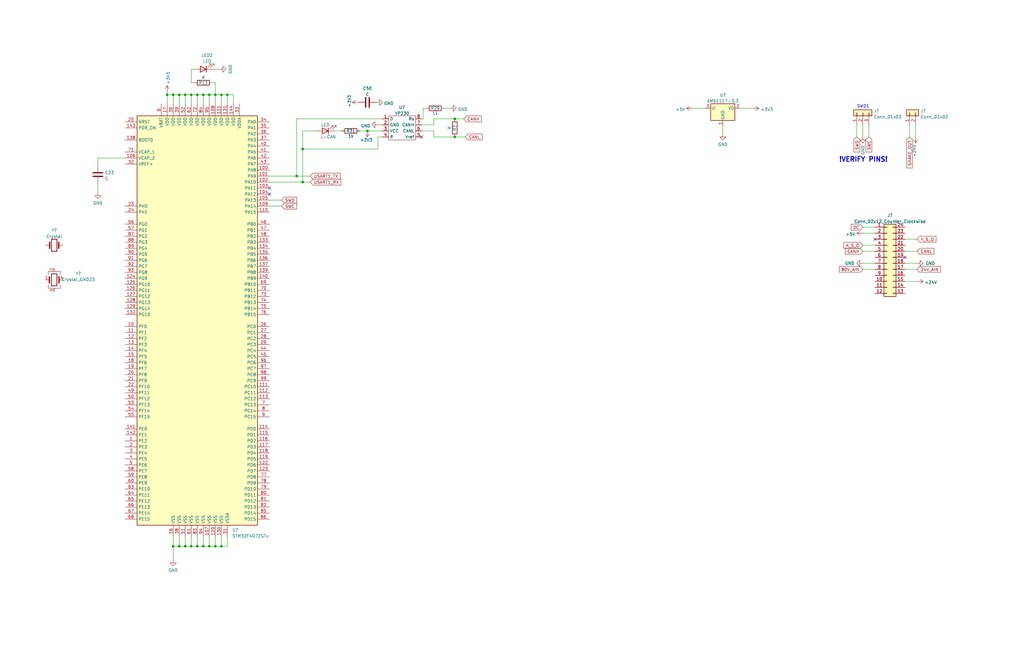
<source format=kicad_sch>
(kicad_sch (version 20211123) (generator eeschema)
  (paper "USLedger")
  (lib_symbols
    (symbol "Connector_Generic:Conn_01x02" (pin_names (offset 1.016) hide)
      (property "Reference" "J" (at 0 2.54 0))
      (property "Value" "Conn_01x02" (at 0 -5.08 0))
      (symbol "Conn_01x02_1_1"
        (rectangle (start -1.27 -2.413) (end 0 -2.667) (stroke (width 0.1524)))
        (rectangle (start -1.27 0.127) (end 0 -0.127) (stroke (width 0.1524)))
        (rectangle (start -1.27 1.27) (end 1.27 -3.81) (stroke (width 0.254)) (fill (type background)))
        (pin passive line (at -5.08 0 0) (length 3.81) (name "Pin_1") (number "1"))
        (pin passive line (at -5.08 -2.54 0) (length 3.81) (name "Pin_2") (number "2"))
      )
    )
    (symbol "Connector_Generic:Conn_01x03" (pin_names (offset 1.016) hide)
      (property "Reference" "J" (at 0 5.08 0))
      (property "Value" "Conn_01x03" (at 0 -5.08 0))
      (symbol "Conn_01x03_1_1"
        (rectangle (start -1.27 -2.413) (end 0 -2.667) (stroke (width 0.1524)))
        (rectangle (start -1.27 0.127) (end 0 -0.127) (stroke (width 0.1524)))
        (rectangle (start -1.27 2.667) (end 0 2.413) (stroke (width 0.1524)))
        (rectangle (start -1.27 3.81) (end 1.27 -3.81) (stroke (width 0.254)) (fill (type background)))
        (pin passive line (at -5.08 2.54 0) (length 3.81) (name "Pin_1") (number "1"))
        (pin passive line (at -5.08 0 0) (length 3.81) (name "Pin_2") (number "2"))
        (pin passive line (at -5.08 -2.54 0) (length 3.81) (name "Pin_3") (number "3"))
      )
    )
    (symbol "Connector_Generic:Conn_02x12_Counter_Clockwise" (pin_names (offset 1.016) hide)
      (property "Reference" "J" (at 1.27 15.24 0))
      (property "Value" "Conn_02x12_Counter_Clockwise" (at 1.27 -17.78 0))
      (symbol "Conn_02x12_Counter_Clockwise_1_1"
        (rectangle (start -1.27 -15.113) (end 0 -15.367) (stroke (width 0.1524)))
        (rectangle (start -1.27 -12.573) (end 0 -12.827) (stroke (width 0.1524)))
        (rectangle (start -1.27 -10.033) (end 0 -10.287) (stroke (width 0.1524)))
        (rectangle (start -1.27 -7.493) (end 0 -7.747) (stroke (width 0.1524)))
        (rectangle (start -1.27 -4.953) (end 0 -5.207) (stroke (width 0.1524)))
        (rectangle (start -1.27 -2.413) (end 0 -2.667) (stroke (width 0.1524)))
        (rectangle (start -1.27 0.127) (end 0 -0.127) (stroke (width 0.1524)))
        (rectangle (start -1.27 2.667) (end 0 2.413) (stroke (width 0.1524)))
        (rectangle (start -1.27 5.207) (end 0 4.953) (stroke (width 0.1524)))
        (rectangle (start -1.27 7.747) (end 0 7.493) (stroke (width 0.1524)))
        (rectangle (start -1.27 10.287) (end 0 10.033) (stroke (width 0.1524)))
        (rectangle (start -1.27 12.827) (end 0 12.573) (stroke (width 0.1524)))
        (rectangle (start -1.27 13.97) (end 3.81 -16.51) (stroke (width 0.254)) (fill (type background)))
        (rectangle (start 3.81 -15.113) (end 2.54 -15.367) (stroke (width 0.1524)))
        (rectangle (start 3.81 -12.573) (end 2.54 -12.827) (stroke (width 0.1524)))
        (rectangle (start 3.81 -10.033) (end 2.54 -10.287) (stroke (width 0.1524)))
        (rectangle (start 3.81 -7.493) (end 2.54 -7.747) (stroke (width 0.1524)))
        (rectangle (start 3.81 -4.953) (end 2.54 -5.207) (stroke (width 0.1524)))
        (rectangle (start 3.81 -2.413) (end 2.54 -2.667) (stroke (width 0.1524)))
        (rectangle (start 3.81 0.127) (end 2.54 -0.127) (stroke (width 0.1524)))
        (rectangle (start 3.81 2.667) (end 2.54 2.413) (stroke (width 0.1524)))
        (rectangle (start 3.81 5.207) (end 2.54 4.953) (stroke (width 0.1524)))
        (rectangle (start 3.81 7.747) (end 2.54 7.493) (stroke (width 0.1524)))
        (rectangle (start 3.81 10.287) (end 2.54 10.033) (stroke (width 0.1524)))
        (rectangle (start 3.81 12.827) (end 2.54 12.573) (stroke (width 0.1524)))
        (pin passive line (at -5.08 12.7 0) (length 3.81) (name "Pin_1") (number "1"))
        (pin passive line (at -5.08 -10.16 0) (length 3.81) (name "Pin_10") (number "10"))
        (pin passive line (at -5.08 -12.7 0) (length 3.81) (name "Pin_11") (number "11"))
        (pin passive line (at -5.08 -15.24 0) (length 3.81) (name "Pin_12") (number "12"))
        (pin passive line (at 7.62 -15.24 180) (length 3.81) (name "Pin_13") (number "13"))
        (pin passive line (at 7.62 -12.7 180) (length 3.81) (name "Pin_14") (number "14"))
        (pin passive line (at 7.62 -10.16 180) (length 3.81) (name "Pin_15") (number "15"))
        (pin passive line (at 7.62 -7.62 180) (length 3.81) (name "Pin_16") (number "16"))
        (pin passive line (at 7.62 -5.08 180) (length 3.81) (name "Pin_17") (number "17"))
        (pin passive line (at 7.62 -2.54 180) (length 3.81) (name "Pin_18") (number "18"))
        (pin passive line (at 7.62 0 180) (length 3.81) (name "Pin_19") (number "19"))
        (pin passive line (at -5.08 10.16 0) (length 3.81) (name "Pin_2") (number "2"))
        (pin passive line (at 7.62 2.54 180) (length 3.81) (name "Pin_20") (number "20"))
        (pin passive line (at 7.62 5.08 180) (length 3.81) (name "Pin_21") (number "21"))
        (pin passive line (at 7.62 7.62 180) (length 3.81) (name "Pin_22") (number "22"))
        (pin passive line (at 7.62 10.16 180) (length 3.81) (name "Pin_23") (number "23"))
        (pin passive line (at 7.62 12.7 180) (length 3.81) (name "Pin_24") (number "24"))
        (pin passive line (at -5.08 7.62 0) (length 3.81) (name "Pin_3") (number "3"))
        (pin passive line (at -5.08 5.08 0) (length 3.81) (name "Pin_4") (number "4"))
        (pin passive line (at -5.08 2.54 0) (length 3.81) (name "Pin_5") (number "5"))
        (pin passive line (at -5.08 0 0) (length 3.81) (name "Pin_6") (number "6"))
        (pin passive line (at -5.08 -2.54 0) (length 3.81) (name "Pin_7") (number "7"))
        (pin passive line (at -5.08 -5.08 0) (length 3.81) (name "Pin_8") (number "8"))
        (pin passive line (at -5.08 -7.62 0) (length 3.81) (name "Pin_9") (number "9"))
      )
    )
    (symbol "Device:C" (pin_numbers hide) (pin_names (offset 0.254))
      (property "Reference" "C" (at 0.635 2.54 0))
      (property "Value" "C" (at 0.635 -2.54 0))
      (symbol "C_0_1"
        (polyline (pts (xy -2.032 -0.762) (xy 2.032 -0.762)) (stroke (width 0.508)))
        (polyline (pts (xy -2.032 0.762) (xy 2.032 0.762)) (stroke (width 0.508)))
      )
      (symbol "C_1_1"
        (pin passive line (at 0 3.81 270) (length 2.794) (name "~") (number "1"))
        (pin passive line (at 0 -3.81 90) (length 2.794) (name "~") (number "2"))
      )
    )
    (symbol "Device:Crystal" (pin_numbers hide) (pin_names (offset 1.016) hide)
      (property "Reference" "Y" (at 0 3.81 0))
      (property "Value" "Crystal" (at 0 -3.81 0))
      (symbol "Crystal_0_1"
        (rectangle (start -1.143 2.54) (end 1.143 -2.54) (stroke (width 0.3048)))
        (polyline (pts (xy -2.54 0) (xy -1.905 0)))
        (polyline (pts (xy -1.905 -1.27) (xy -1.905 1.27)) (stroke (width 0.508)))
        (polyline (pts (xy 1.905 -1.27) (xy 1.905 1.27)) (stroke (width 0.508)))
        (polyline (pts (xy 2.54 0) (xy 1.905 0)))
      )
      (symbol "Crystal_1_1"
        (pin passive line (at -3.81 0 0) (length 1.27) (name "1") (number "1"))
        (pin passive line (at 3.81 0 180) (length 1.27) (name "2") (number "2"))
      )
    )
    (symbol "Device:Crystal_GND23" (pin_names (offset 1.016) hide)
      (property "Reference" "Y" (at 3.175 5.08 0))
      (property "Value" "Crystal_GND23" (at 3.175 3.175 0))
      (symbol "Crystal_GND23_0_1"
        (rectangle (start -1.143 2.54) (end 1.143 -2.54) (stroke (width 0.3048)))
        (polyline (pts (xy -2.54 0) (xy -2.032 0)))
        (polyline (pts (xy -2.032 -1.27) (xy -2.032 1.27)) (stroke (width 0.508)))
        (polyline (pts (xy 0 -3.81) (xy 0 -3.556)))
        (polyline (pts (xy 0 3.556) (xy 0 3.81)))
        (polyline (pts (xy 2.032 -1.27) (xy 2.032 1.27)) (stroke (width 0.508)))
        (polyline (pts (xy 2.032 0) (xy 2.54 0)))
        (polyline (pts (xy -2.54 -2.286) (xy -2.54 -3.556) (xy 2.54 -3.556) (xy 2.54 -2.286)))
        (polyline (pts (xy -2.54 2.286) (xy -2.54 3.556) (xy 2.54 3.556) (xy 2.54 2.286)))
      )
      (symbol "Crystal_GND23_1_1"
        (pin passive line (at -3.81 0 0) (length 1.27) (name "1") (number "1"))
        (pin passive line (at 0 5.08 270) (length 1.27) (name "2") (number "2"))
        (pin passive line (at 0 -5.08 90) (length 1.27) (name "3") (number "3"))
        (pin passive line (at 3.81 0 180) (length 1.27) (name "4") (number "4"))
      )
    )
    (symbol "Device:LED" (pin_numbers hide) (pin_names (offset 1.016) hide)
      (property "Reference" "D" (at 0 2.54 0))
      (property "Value" "LED" (at 0 -2.54 0))
      (symbol "LED_0_1"
        (polyline (pts (xy -1.27 -1.27) (xy -1.27 1.27)) (stroke (width 0.254)))
        (polyline (pts (xy -1.27 0) (xy 1.27 0)))
        (polyline (pts (xy 1.27 -1.27) (xy 1.27 1.27) (xy -1.27 0) (xy 1.27 -1.27)) (stroke (width 0.254)))
        (polyline (pts (xy -3.048 -0.762) (xy -4.572 -2.286) (xy -3.81 -2.286) (xy -4.572 -2.286) (xy -4.572 -1.524)))
        (polyline (pts (xy -1.778 -0.762) (xy -3.302 -2.286) (xy -2.54 -2.286) (xy -3.302 -2.286) (xy -3.302 -1.524)))
      )
      (symbol "LED_1_1"
        (pin passive line (at -3.81 0 0) (length 2.54) (name "K") (number "1"))
        (pin passive line (at 3.81 0 180) (length 2.54) (name "A") (number "2"))
      )
    )
    (symbol "Device:R" (pin_numbers hide) (pin_names (offset 0))
      (property "Reference" "R" (at 2.032 0 90))
      (property "Value" "R" (at 0 0 90))
      (symbol "R_0_1"
        (rectangle (start -1.016 -2.54) (end 1.016 2.54) (stroke (width 0.254)))
      )
      (symbol "R_1_1"
        (pin passive line (at 0 3.81 270) (length 1.27) (name "~") (number "1"))
        (pin passive line (at 0 -3.81 90) (length 1.27) (name "~") (number "2"))
      )
    )
    (symbol "MCU_ST_STM32F4:STM32F407ZGTx"
      (property "Reference" "U" (at -25.4 87.63 0))
      (property "Value" "STM32F407ZGTx" (at 20.32 87.63 0))
      (symbol "STM32F407ZGTx_0_1"
        (rectangle (start -25.4 -86.36) (end 25.4 86.36) (stroke (width 0.254)) (fill (type background)))
      )
      (symbol "STM32F407ZGTx_1_1"
        (pin bidirectional line (at -30.48 -50.8 0) (length 5.08) (name "PE2") (number "1"))
        (pin bidirectional line (at -30.48 -2.54 0) (length 5.08) (name "PF0") (number "10"))
        (pin bidirectional line (at 30.48 63.5 180) (length 5.08) (name "PA8") (number "100"))
        (pin bidirectional line (at 30.48 60.96 180) (length 5.08) (name "PA9") (number "101"))
        (pin bidirectional line (at 30.48 58.42 180) (length 5.08) (name "PA10") (number "102"))
        (pin bidirectional line (at 30.48 55.88 180) (length 5.08) (name "PA11") (number "103"))
        (pin bidirectional line (at 30.48 53.34 180) (length 5.08) (name "PA12") (number "104"))
        (pin bidirectional line (at 30.48 50.8 180) (length 5.08) (name "PA13") (number "105"))
        (pin power_in line (at -30.48 68.58 0) (length 5.08) (name "VCAP_2") (number "106"))
        (pin power_in line (at 5.08 -91.44 90) (length 5.08) (name "VSS") (number "107"))
        (pin power_in line (at 7.62 91.44 270) (length 5.08) (name "VDD") (number "108"))
        (pin bidirectional line (at 30.48 48.26 180) (length 5.08) (name "PA14") (number "109"))
        (pin bidirectional line (at -30.48 -5.08 0) (length 5.08) (name "PF1") (number "11"))
        (pin bidirectional line (at 30.48 45.72 180) (length 5.08) (name "PA15") (number "110"))
        (pin bidirectional line (at 30.48 -27.94 180) (length 5.08) (name "PC10") (number "111"))
        (pin bidirectional line (at 30.48 -30.48 180) (length 5.08) (name "PC11") (number "112"))
        (pin bidirectional line (at 30.48 -33.02 180) (length 5.08) (name "PC12") (number "113"))
        (pin bidirectional line (at 30.48 -45.72 180) (length 5.08) (name "PD0") (number "114"))
        (pin bidirectional line (at 30.48 -48.26 180) (length 5.08) (name "PD1") (number "115"))
        (pin bidirectional line (at 30.48 -50.8 180) (length 5.08) (name "PD2") (number "116"))
        (pin bidirectional line (at 30.48 -53.34 180) (length 5.08) (name "PD3") (number "117"))
        (pin bidirectional line (at 30.48 -55.88 180) (length 5.08) (name "PD4") (number "118"))
        (pin bidirectional line (at 30.48 -58.42 180) (length 5.08) (name "PD5") (number "119"))
        (pin bidirectional line (at -30.48 -7.62 0) (length 5.08) (name "PF2") (number "12"))
        (pin power_in line (at 7.62 -91.44 90) (length 5.08) (name "VSS") (number "120"))
        (pin power_in line (at 10.16 91.44 270) (length 5.08) (name "VDD") (number "121"))
        (pin bidirectional line (at 30.48 -60.96 180) (length 5.08) (name "PD6") (number "122"))
        (pin bidirectional line (at 30.48 -63.5 180) (length 5.08) (name "PD7") (number "123"))
        (pin bidirectional line (at -30.48 17.78 0) (length 5.08) (name "PG9") (number "124"))
        (pin bidirectional line (at -30.48 15.24 0) (length 5.08) (name "PG10") (number "125"))
        (pin bidirectional line (at -30.48 12.7 0) (length 5.08) (name "PG11") (number "126"))
        (pin bidirectional line (at -30.48 10.16 0) (length 5.08) (name "PG12") (number "127"))
        (pin bidirectional line (at -30.48 7.62 0) (length 5.08) (name "PG13") (number "128"))
        (pin bidirectional line (at -30.48 5.08 0) (length 5.08) (name "PG14") (number "129"))
        (pin bidirectional line (at -30.48 -10.16 0) (length 5.08) (name "PF3") (number "13"))
        (pin power_in line (at 10.16 -91.44 90) (length 5.08) (name "VSS") (number "130"))
        (pin power_in line (at 12.7 91.44 270) (length 5.08) (name "VDD") (number "131"))
        (pin bidirectional line (at -30.48 2.54 0) (length 5.08) (name "PG15") (number "132"))
        (pin bidirectional line (at 30.48 33.02 180) (length 5.08) (name "PB3") (number "133"))
        (pin bidirectional line (at 30.48 30.48 180) (length 5.08) (name "PB4") (number "134"))
        (pin bidirectional line (at 30.48 27.94 180) (length 5.08) (name "PB5") (number "135"))
        (pin bidirectional line (at 30.48 25.4 180) (length 5.08) (name "PB6") (number "136"))
        (pin bidirectional line (at 30.48 22.86 180) (length 5.08) (name "PB7") (number "137"))
        (pin input line (at -30.48 76.2 0) (length 5.08) (name "BOOT0") (number "138"))
        (pin bidirectional line (at 30.48 20.32 180) (length 5.08) (name "PB8") (number "139"))
        (pin bidirectional line (at -30.48 -12.7 0) (length 5.08) (name "PF4") (number "14"))
        (pin bidirectional line (at 30.48 17.78 180) (length 5.08) (name "PB9") (number "140"))
        (pin bidirectional line (at -30.48 -45.72 0) (length 5.08) (name "PE0") (number "141"))
        (pin bidirectional line (at -30.48 -48.26 0) (length 5.08) (name "PE1") (number "142"))
        (pin input line (at -30.48 81.28 0) (length 5.08) (name "PDR_ON") (number "143"))
        (pin power_in line (at 15.24 91.44 270) (length 5.08) (name "VDD") (number "144"))
        (pin bidirectional line (at -30.48 -15.24 0) (length 5.08) (name "PF5") (number "15"))
        (pin power_in line (at -10.16 -91.44 90) (length 5.08) (name "VSS") (number "16"))
        (pin power_in line (at -12.7 91.44 270) (length 5.08) (name "VDD") (number "17"))
        (pin bidirectional line (at -30.48 -17.78 0) (length 5.08) (name "PF6") (number "18"))
        (pin bidirectional line (at -30.48 -20.32 0) (length 5.08) (name "PF7") (number "19"))
        (pin bidirectional line (at -30.48 -53.34 0) (length 5.08) (name "PE3") (number "2"))
        (pin bidirectional line (at -30.48 -22.86 0) (length 5.08) (name "PF8") (number "20"))
        (pin bidirectional line (at -30.48 -25.4 0) (length 5.08) (name "PF9") (number "21"))
        (pin bidirectional line (at -30.48 -27.94 0) (length 5.08) (name "PF10") (number "22"))
        (pin input line (at -30.48 48.26 0) (length 5.08) (name "PH0") (number "23"))
        (pin input line (at -30.48 45.72 0) (length 5.08) (name "PH1") (number "24"))
        (pin input line (at -30.48 83.82 0) (length 5.08) (name "NRST") (number "25"))
        (pin bidirectional line (at 30.48 -2.54 180) (length 5.08) (name "PC0") (number "26"))
        (pin bidirectional line (at 30.48 -5.08 180) (length 5.08) (name "PC1") (number "27"))
        (pin bidirectional line (at 30.48 -7.62 180) (length 5.08) (name "PC2") (number "28"))
        (pin bidirectional line (at 30.48 -10.16 180) (length 5.08) (name "PC3") (number "29"))
        (pin bidirectional line (at -30.48 -55.88 0) (length 5.08) (name "PE4") (number "3"))
        (pin power_in line (at -10.16 91.44 270) (length 5.08) (name "VDD") (number "30"))
        (pin power_in line (at 12.7 -91.44 90) (length 5.08) (name "VSSA") (number "31"))
        (pin power_in line (at -30.48 66.04 0) (length 5.08) (name "VREF+") (number "32"))
        (pin power_in line (at 17.78 91.44 270) (length 5.08) (name "VDDA") (number "33"))
        (pin bidirectional line (at 30.48 83.82 180) (length 5.08) (name "PA0") (number "34"))
        (pin bidirectional line (at 30.48 81.28 180) (length 5.08) (name "PA1") (number "35"))
        (pin bidirectional line (at 30.48 78.74 180) (length 5.08) (name "PA2") (number "36"))
        (pin bidirectional line (at 30.48 76.2 180) (length 5.08) (name "PA3") (number "37"))
        (pin power_in line (at -7.62 -91.44 90) (length 5.08) (name "VSS") (number "38"))
        (pin power_in line (at -7.62 91.44 270) (length 5.08) (name "VDD") (number "39"))
        (pin bidirectional line (at -30.48 -58.42 0) (length 5.08) (name "PE5") (number "4"))
        (pin bidirectional line (at 30.48 73.66 180) (length 5.08) (name "PA4") (number "40"))
        (pin bidirectional line (at 30.48 71.12 180) (length 5.08) (name "PA5") (number "41"))
        (pin bidirectional line (at 30.48 68.58 180) (length 5.08) (name "PA6") (number "42"))
        (pin bidirectional line (at 30.48 66.04 180) (length 5.08) (name "PA7") (number "43"))
        (pin bidirectional line (at 30.48 -12.7 180) (length 5.08) (name "PC4") (number "44"))
        (pin bidirectional line (at 30.48 -15.24 180) (length 5.08) (name "PC5") (number "45"))
        (pin bidirectional line (at 30.48 40.64 180) (length 5.08) (name "PB0") (number "46"))
        (pin bidirectional line (at 30.48 38.1 180) (length 5.08) (name "PB1") (number "47"))
        (pin bidirectional line (at 30.48 35.56 180) (length 5.08) (name "PB2") (number "48"))
        (pin bidirectional line (at -30.48 -30.48 0) (length 5.08) (name "PF11") (number "49"))
        (pin bidirectional line (at -30.48 -60.96 0) (length 5.08) (name "PE6") (number "5"))
        (pin bidirectional line (at -30.48 -33.02 0) (length 5.08) (name "PF12") (number "50"))
        (pin power_in line (at -5.08 -91.44 90) (length 5.08) (name "VSS") (number "51"))
        (pin power_in line (at -5.08 91.44 270) (length 5.08) (name "VDD") (number "52"))
        (pin bidirectional line (at -30.48 -35.56 0) (length 5.08) (name "PF13") (number "53"))
        (pin bidirectional line (at -30.48 -38.1 0) (length 5.08) (name "PF14") (number "54"))
        (pin bidirectional line (at -30.48 -40.64 0) (length 5.08) (name "PF15") (number "55"))
        (pin bidirectional line (at -30.48 40.64 0) (length 5.08) (name "PG0") (number "56"))
        (pin bidirectional line (at -30.48 38.1 0) (length 5.08) (name "PG1") (number "57"))
        (pin bidirectional line (at -30.48 -63.5 0) (length 5.08) (name "PE7") (number "58"))
        (pin bidirectional line (at -30.48 -66.04 0) (length 5.08) (name "PE8") (number "59"))
        (pin power_in line (at -15.24 91.44 270) (length 5.08) (name "VBAT") (number "6"))
        (pin bidirectional line (at -30.48 -68.58 0) (length 5.08) (name "PE9") (number "60"))
        (pin power_in line (at -2.54 -91.44 90) (length 5.08) (name "VSS") (number "61"))
        (pin power_in line (at -2.54 91.44 270) (length 5.08) (name "VDD") (number "62"))
        (pin bidirectional line (at -30.48 -71.12 0) (length 5.08) (name "PE10") (number "63"))
        (pin bidirectional line (at -30.48 -73.66 0) (length 5.08) (name "PE11") (number "64"))
        (pin bidirectional line (at -30.48 -76.2 0) (length 5.08) (name "PE12") (number "65"))
        (pin bidirectional line (at -30.48 -78.74 0) (length 5.08) (name "PE13") (number "66"))
        (pin bidirectional line (at -30.48 -81.28 0) (length 5.08) (name "PE14") (number "67"))
        (pin bidirectional line (at -30.48 -83.82 0) (length 5.08) (name "PE15") (number "68"))
        (pin bidirectional line (at 30.48 15.24 180) (length 5.08) (name "PB10") (number "69"))
        (pin bidirectional line (at 30.48 -35.56 180) (length 5.08) (name "PC13") (number "7"))
        (pin bidirectional line (at 30.48 12.7 180) (length 5.08) (name "PB11") (number "70"))
        (pin power_in line (at -30.48 71.12 0) (length 5.08) (name "VCAP_1") (number "71"))
        (pin power_in line (at 0 91.44 270) (length 5.08) (name "VDD") (number "72"))
        (pin bidirectional line (at 30.48 10.16 180) (length 5.08) (name "PB12") (number "73"))
        (pin bidirectional line (at 30.48 7.62 180) (length 5.08) (name "PB13") (number "74"))
        (pin bidirectional line (at 30.48 5.08 180) (length 5.08) (name "PB14") (number "75"))
        (pin bidirectional line (at 30.48 2.54 180) (length 5.08) (name "PB15") (number "76"))
        (pin bidirectional line (at 30.48 -66.04 180) (length 5.08) (name "PD8") (number "77"))
        (pin bidirectional line (at 30.48 -68.58 180) (length 5.08) (name "PD9") (number "78"))
        (pin bidirectional line (at 30.48 -71.12 180) (length 5.08) (name "PD10") (number "79"))
        (pin bidirectional line (at 30.48 -38.1 180) (length 5.08) (name "PC14") (number "8"))
        (pin bidirectional line (at 30.48 -73.66 180) (length 5.08) (name "PD11") (number "80"))
        (pin bidirectional line (at 30.48 -76.2 180) (length 5.08) (name "PD12") (number "81"))
        (pin bidirectional line (at 30.48 -78.74 180) (length 5.08) (name "PD13") (number "82"))
        (pin power_in line (at 0 -91.44 90) (length 5.08) (name "VSS") (number "83"))
        (pin power_in line (at 2.54 91.44 270) (length 5.08) (name "VDD") (number "84"))
        (pin bidirectional line (at 30.48 -81.28 180) (length 5.08) (name "PD14") (number "85"))
        (pin bidirectional line (at 30.48 -83.82 180) (length 5.08) (name "PD15") (number "86"))
        (pin bidirectional line (at -30.48 35.56 0) (length 5.08) (name "PG2") (number "87"))
        (pin bidirectional line (at -30.48 33.02 0) (length 5.08) (name "PG3") (number "88"))
        (pin bidirectional line (at -30.48 30.48 0) (length 5.08) (name "PG4") (number "89"))
        (pin bidirectional line (at 30.48 -40.64 180) (length 5.08) (name "PC15") (number "9"))
        (pin bidirectional line (at -30.48 27.94 0) (length 5.08) (name "PG5") (number "90"))
        (pin bidirectional line (at -30.48 25.4 0) (length 5.08) (name "PG6") (number "91"))
        (pin bidirectional line (at -30.48 22.86 0) (length 5.08) (name "PG7") (number "92"))
        (pin bidirectional line (at -30.48 20.32 0) (length 5.08) (name "PG8") (number "93"))
        (pin power_in line (at 2.54 -91.44 90) (length 5.08) (name "VSS") (number "94"))
        (pin power_in line (at 5.08 91.44 270) (length 5.08) (name "VDD") (number "95"))
        (pin bidirectional line (at 30.48 -17.78 180) (length 5.08) (name "PC6") (number "96"))
        (pin bidirectional line (at 30.48 -20.32 180) (length 5.08) (name "PC7") (number "97"))
        (pin bidirectional line (at 30.48 -22.86 180) (length 5.08) (name "PC8") (number "98"))
        (pin bidirectional line (at 30.48 -25.4 180) (length 5.08) (name "PC9") (number "99"))
      )
    )
    (symbol "Regulator_Linear:AMS1117-3.3" (pin_names (offset 0.254))
      (property "Reference" "U" (at -3.81 3.175 0))
      (property "Value" "AMS1117-3.3" (at 0 3.175 0))
      (symbol "AMS1117-3.3_0_1"
        (rectangle (start -5.08 -5.08) (end 5.08 1.905) (stroke (width 0.254)) (fill (type background)))
      )
      (symbol "AMS1117-3.3_1_1"
        (pin power_in line (at 0 -7.62 90) (length 2.54) (name "GND") (number "1"))
        (pin power_out line (at 7.62 0 180) (length 2.54) (name "VO") (number "2"))
        (pin power_in line (at -7.62 0 0) (length 2.54) (name "VI") (number "3"))
      )
    )
    (symbol "TM245_parts:VP230"
      (property "Reference" "U" (at 0 -6.35 0))
      (property "Value" "VP230" (at 0 6.35 0))
      (symbol "VP230_0_1"
        (rectangle (start -5.08 5.08) (end 6.35 -5.08))
      )
      (symbol "VP230_1_1"
        (pin input line (at -7.62 3.81 0) (length 2.54) (name "D") (number "1"))
        (pin input line (at -7.62 1.27 0) (length 2.54) (name "GND") (number "2"))
        (pin input line (at -7.62 -1.27 0) (length 2.54) (name "VCC") (number "3"))
        (pin input line (at -7.62 -3.81 0) (length 2.54) (name "R") (number "4"))
        (pin input line (at 8.89 -3.81 180) (length 2.54) (name "Vref") (number "5"))
        (pin input line (at 8.89 -1.27 180) (length 2.54) (name "CANL") (number "6"))
        (pin input line (at 8.89 1.27 180) (length 2.54) (name "CANH") (number "7"))
        (pin input line (at 8.89 3.81 180) (length 2.54) (name "Rs") (number "8"))
      )
    )
    (symbol "power:+24V" (power) (pin_names (offset 0))
      (property "Value" "+24V" (at 0 3.556 0))
      (symbol "+24V_0_1"
        (polyline (pts (xy -0.762 1.27) (xy 0 2.54)))
        (polyline (pts (xy 0 0) (xy 0 2.54)))
        (polyline (pts (xy 0 2.54) (xy 0.762 1.27)))
      )
      (symbol "+24V_1_1"
        (pin power_in line (at 0 0 90) (length 0) hide (name "+24V") (number "1"))
      )
    )
    (symbol "power:+3V3" (power) (pin_names (offset 0))
      (property "Value" "+3V3" (at 0 3.556 0))
      (symbol "+3V3_0_1"
        (polyline (pts (xy -0.762 1.27) (xy 0 2.54)))
        (polyline (pts (xy 0 0) (xy 0 2.54)))
        (polyline (pts (xy 0 2.54) (xy 0.762 1.27)))
      )
      (symbol "+3V3_1_1"
        (pin power_in line (at 0 0 90) (length 0) hide (name "+3V3") (number "1"))
      )
    )
    (symbol "power:+5V" (power) (pin_names (offset 0))
      (property "Value" "+5V" (at 0 3.556 0))
      (symbol "+5V_0_1"
        (polyline (pts (xy -0.762 1.27) (xy 0 2.54)))
        (polyline (pts (xy 0 0) (xy 0 2.54)))
        (polyline (pts (xy 0 2.54) (xy 0.762 1.27)))
      )
      (symbol "+5V_1_1"
        (pin power_in line (at 0 0 90) (length 0) hide (name "+5V") (number "1"))
      )
    )
    (symbol "power:GND" (power) (pin_names (offset 0))
      (property "Value" "GND" (at 0 -3.81 0))
      (symbol "GND_0_1"
        (polyline (pts (xy 0 0) (xy 0 -1.27) (xy 1.27 -1.27) (xy 0 -2.54) (xy -1.27 -1.27) (xy 0 -1.27)))
      )
      (symbol "GND_1_1"
        (pin power_in line (at 0 0 270) (length 0) hide (name "GND") (number "1"))
      )
    )
  )
  (junction (at 95.885 40.005))
  (junction (at 85.725 230.505))
  (junction (at 78.105 230.505))
  (junction (at 125.095 74.295))
  (junction (at 78.105 40.005))
  (junction (at 85.725 40.005))
  (junction (at 127.635 62.865))
  (junction (at 88.265 40.005))
  (junction (at 83.185 230.505))
  (junction (at 93.345 40.005))
  (junction (at 90.805 230.505))
  (junction (at 88.265 230.505))
  (junction (at 127.635 76.835))
  (junction (at 70.485 40.005))
  (junction (at 90.805 40.005))
  (junction (at 191.77 50.165))
  (junction (at 154.94 55.245))
  (junction (at 75.565 40.005))
  (junction (at 83.185 40.005))
  (junction (at 73.025 230.505))
  (junction (at 93.345 230.505))
  (junction (at 191.77 57.785))
  (junction (at 80.645 40.005))
  (junction (at 73.025 40.005))
  (junction (at 75.565 230.505))
  (junction (at 80.645 230.505))
  (no_connect (at 368.935 100.965))
  (no_connect (at 381.635 108.585))
  (no_connect (at 177.8 57.785))
  (no_connect (at 113.665 81.915))
  (no_connect (at 113.665 79.375))
  (wire (pts (xy 178.435 50.165) (xy 178.435 45.72)))
  (wire (pts (xy 70.485 40.005) (xy 73.025 40.005)))
  (wire (pts (xy 83.185 40.005) (xy 83.185 43.815)))
  (wire (pts (xy 191.77 57.785) (xy 196.215 57.785)))
  (wire (pts (xy 93.345 230.505) (xy 95.885 230.505)))
  (wire (pts (xy 78.105 40.005) (xy 80.645 40.005)))
  (wire (pts (xy 368.935 95.885) (xy 363.855 95.885)))
  (wire (pts (xy 52.705 66.675) (xy 41.275 66.675)))
  (wire (pts (xy 83.185 226.695) (xy 83.185 230.505)))
  (wire (pts (xy 73.025 40.005) (xy 73.025 43.815)))
  (wire (pts (xy 41.275 66.675) (xy 41.275 69.85)))
  (wire (pts (xy 144.145 55.245) (xy 140.97 55.245)))
  (wire (pts (xy 73.025 226.695) (xy 73.025 230.505)))
  (wire (pts (xy 151.765 55.245) (xy 154.94 55.245)))
  (wire (pts (xy 89.535 34.925) (xy 90.805 34.925)))
  (wire (pts (xy 92.71 29.21) (xy 89.535 29.21)))
  (wire (pts (xy 78.105 226.695) (xy 78.105 230.505)))
  (wire (pts (xy 381.635 118.745) (xy 386.715 118.745)))
  (wire (pts (xy 70.485 40.005) (xy 70.485 38.735)))
  (wire (pts (xy 90.805 40.005) (xy 90.805 43.815)))
  (wire (pts (xy 177.8 55.245) (xy 182.88 55.245)))
  (wire (pts (xy 178.435 45.72) (xy 179.705 45.72)))
  (wire (pts (xy 113.665 76.835) (xy 127.635 76.835)))
  (wire (pts (xy 95.885 226.695) (xy 95.885 230.505)))
  (wire (pts (xy 73.025 230.505) (xy 75.565 230.505)))
  (wire (pts (xy 368.935 106.045) (xy 363.855 106.045)))
  (wire (pts (xy 93.345 40.005) (xy 93.345 43.815)))
  (wire (pts (xy 363.855 57.785) (xy 363.855 52.705)))
  (wire (pts (xy 93.345 40.005) (xy 95.885 40.005)))
  (wire (pts (xy 75.565 40.005) (xy 78.105 40.005)))
  (wire (pts (xy 125.095 50.165) (xy 161.29 50.165)))
  (wire (pts (xy 297.18 45.72) (xy 292.1 45.72)))
  (wire (pts (xy 127.635 55.245) (xy 127.635 62.865)))
  (wire (pts (xy 368.935 103.505) (xy 363.855 103.505)))
  (wire (pts (xy 381.635 106.045) (xy 386.715 106.045)))
  (wire (pts (xy 85.725 40.005) (xy 88.265 40.005)))
  (wire (pts (xy 363.855 111.125) (xy 368.935 111.125)))
  (wire (pts (xy 368.935 113.665) (xy 363.855 113.665)))
  (wire (pts (xy 159.385 57.785) (xy 161.29 57.785)))
  (wire (pts (xy 182.88 55.245) (xy 182.88 57.785)))
  (wire (pts (xy 41.275 77.47) (xy 41.275 81.28)))
  (wire (pts (xy 95.885 43.815) (xy 95.885 40.005)))
  (wire (pts (xy 78.105 230.505) (xy 80.645 230.505)))
  (wire (pts (xy 80.645 230.505) (xy 83.185 230.505)))
  (wire (pts (xy 182.88 52.705) (xy 182.88 50.165)))
  (wire (pts (xy 177.8 52.705) (xy 182.88 52.705)))
  (wire (pts (xy 88.265 226.695) (xy 88.265 230.505)))
  (wire (pts (xy 125.095 50.165) (xy 125.095 74.295)))
  (wire (pts (xy 80.645 29.21) (xy 81.915 29.21)))
  (wire (pts (xy 83.185 40.005) (xy 85.725 40.005)))
  (wire (pts (xy 154.94 55.245) (xy 161.29 55.245)))
  (wire (pts (xy 177.8 50.165) (xy 178.435 50.165)))
  (wire (pts (xy 75.565 230.505) (xy 78.105 230.505)))
  (wire (pts (xy 383.54 52.705) (xy 383.54 57.785)))
  (wire (pts (xy 73.025 236.22) (xy 73.025 230.505)))
  (wire (pts (xy 127.635 76.835) (xy 130.81 76.835)))
  (wire (pts (xy 159.385 62.865) (xy 159.385 57.785)))
  (wire (pts (xy 83.185 230.505) (xy 85.725 230.505)))
  (wire (pts (xy 127.635 62.865) (xy 159.385 62.865)))
  (wire (pts (xy 73.025 40.005) (xy 75.565 40.005)))
  (wire (pts (xy 312.42 45.72) (xy 317.5 45.72)))
  (wire (pts (xy 88.265 40.005) (xy 88.265 43.815)))
  (wire (pts (xy 133.35 55.245) (xy 127.635 55.245)))
  (wire (pts (xy 85.725 230.505) (xy 88.265 230.505)))
  (wire (pts (xy 90.805 34.925) (xy 90.805 40.005)))
  (wire (pts (xy 80.645 34.925) (xy 80.645 29.21)))
  (wire (pts (xy 90.805 230.505) (xy 93.345 230.505)))
  (wire (pts (xy 85.725 40.005) (xy 85.725 43.815)))
  (wire (pts (xy 81.915 34.925) (xy 80.645 34.925)))
  (wire (pts (xy 80.645 40.005) (xy 83.185 40.005)))
  (wire (pts (xy 80.645 226.695) (xy 80.645 230.505)))
  (wire (pts (xy 182.88 50.165) (xy 191.77 50.165)))
  (wire (pts (xy 85.725 226.695) (xy 85.725 230.505)))
  (wire (pts (xy 80.645 40.005) (xy 80.645 43.815)))
  (wire (pts (xy 70.485 43.815) (xy 70.485 40.005)))
  (wire (pts (xy 113.665 86.995) (xy 118.745 86.995)))
  (wire (pts (xy 361.315 52.705) (xy 361.315 57.785)))
  (wire (pts (xy 98.425 40.005) (xy 98.425 43.815)))
  (wire (pts (xy 93.345 226.695) (xy 93.345 230.505)))
  (wire (pts (xy 90.805 226.695) (xy 90.805 230.505)))
  (wire (pts (xy 182.88 57.785) (xy 191.77 57.785)))
  (wire (pts (xy 159.385 52.705) (xy 161.29 52.705)))
  (wire (pts (xy 95.885 40.005) (xy 98.425 40.005)))
  (wire (pts (xy 191.77 50.165) (xy 195.58 50.165)))
  (wire (pts (xy 113.665 84.455) (xy 118.745 84.455)))
  (wire (pts (xy 187.325 45.72) (xy 189.865 45.72)))
  (wire (pts (xy 366.395 52.705) (xy 366.395 57.785)))
  (wire (pts (xy 88.265 230.505) (xy 90.805 230.505)))
  (wire (pts (xy 113.665 74.295) (xy 125.095 74.295)))
  (wire (pts (xy 381.635 113.665) (xy 386.715 113.665)))
  (wire (pts (xy 381.635 100.965) (xy 386.715 100.965)))
  (wire (pts (xy 368.935 98.425) (xy 363.855 98.425)))
  (wire (pts (xy 127.635 76.835) (xy 127.635 62.865)))
  (wire (pts (xy 75.565 226.695) (xy 75.565 230.505)))
  (wire (pts (xy 304.8 56.515) (xy 304.8 53.34)))
  (wire (pts (xy 386.08 52.705) (xy 386.08 57.785)))
  (wire (pts (xy 78.105 40.005) (xy 78.105 43.815)))
  (wire (pts (xy 88.265 40.005) (xy 90.805 40.005)))
  (wire (pts (xy 386.715 111.125) (xy 381.635 111.125)))
  (wire (pts (xy 90.805 40.005) (xy 93.345 40.005)))
  (wire (pts (xy 75.565 43.815) (xy 75.565 40.005)))
  (wire (pts (xy 125.095 74.295) (xy 130.81 74.295)))
  (text "SWD1" (at 361.315 45.72 0) (effects (font (size 1.27 1.27)) (justify left bottom)))
  (text "!VERIFY PINS!" (at 353.695 68.58 0) (effects (font (size 2 2) (thickness 0.4) bold) (justify left bottom)))
  (global_label "SWC" (shape input) (at 366.395 57.785 270) (property "Intersheet References" "${INTERSHEET_REFS}" (effects hide)))
  (global_label "USART1_TX" (shape input) (at 130.81 74.295 0) (property "Intersheet References" "${INTERSHEET_REFS}" (effects hide)))
  (global_label "80V_AIN" (shape input) (at 363.855 113.665 180) (property "Intersheet References" "${INTERSHEET_REFS}" (effects hide)))
  (global_label "DC" (shape input) (at 363.855 95.885 180) (property "Intersheet References" "${INTERSHEET_REFS}" (effects hide)))
  (global_label "24V_AIN" (shape input) (at 386.715 113.665 0) (property "Intersheet References" "${INTERSHEET_REFS}" (effects hide)))
  (global_label "CANL" (shape input) (at 196.215 57.785 0) (property "Intersheet References" "${INTERSHEET_REFS}" (effects hide)))
  (global_label "X_S_O" (shape input) (at 363.855 103.505 180) (property "Intersheet References" "${INTERSHEET_REFS}" (effects hide)))
  (global_label "USART1_RX" (shape input) (at 130.81 76.835 0) (property "Intersheet References" "${INTERSHEET_REFS}" (effects hide)))
  (global_label "SWD" (shape input) (at 118.745 84.455 0) (property "Intersheet References" "${INTERSHEET_REFS}" (effects hide)))
  (global_label "SWD" (shape input) (at 361.315 57.785 270) (property "Intersheet References" "${INTERSHEET_REFS}" (effects hide)))
  (global_label "SHAKE_OUT" (shape input) (at 383.54 57.785 270) (property "Intersheet References" "${INTERSHEET_REFS}" (effects hide)))
  (global_label "CANH" (shape input) (at 363.855 106.045 180) (property "Intersheet References" "${INTERSHEET_REFS}" (effects hide)))
  (global_label "CANH" (shape input) (at 195.58 50.165 0) (property "Intersheet References" "${INTERSHEET_REFS}" (effects hide)))
  (global_label "SWC" (shape input) (at 118.745 86.995 0) (property "Intersheet References" "${INTERSHEET_REFS}" (effects hide)))
  (global_label "Y_S_O" (shape input) (at 386.715 100.965 0) (property "Intersheet References" "${INTERSHEET_REFS}" (effects hide)))
  (global_label "CANL" (shape input) (at 386.715 106.045 0) (property "Intersheet References" "${INTERSHEET_REFS}" (effects hide)))
  (symbol (lib_id "power:GND") (at 92.71 29.21 90) (unit 1)
    (property "Reference" "#PWR?" (effects hide))
    (property "Value" "GND" (at 97.1534 29.21 0))
  )
  (symbol (lib_id "Device:LED") (at 137.16 55.245 180) (unit 1)
    (property "Reference" "L-CAN" (at 138.43 57.785 0))
    (property "Value" "LED" (at 137.16 52.705 0))
  )
  (symbol (lib_id "Device:R") (at 191.77 53.975 180) (unit 1)
    (property "Reference" "R?" (at 191.77 53.975 90))
    (property "Value" "R" (at 189.5911 53.975 90))
  )
  (symbol (lib_id "power:+3V3") (at 154.94 55.245 180) (unit 1)
    (property "Reference" "#PWR?" (effects hide))
    (property "Value" "+3V3" (at 151.765 59.055 0) (effects (justify right)))
  )
  (symbol (lib_id "Device:C") (at 41.275 73.66 180) (unit 1)
    (property "Reference" "C23" (at 44.196 72.8253 0) (effects (justify right)))
    (property "Value" "C" (at 44.196 75.3622 0) (effects (justify right)))
  )
  (symbol (lib_id "power:+5V") (at 292.1 45.72 90) (unit 1)
    (property "Reference" "#PWR?" (effects hide))
    (property "Value" "+5V" (at 288.9251 46.1538 90) (effects (justify left)))
  )
  (symbol (lib_id "power:+3V3") (at 151.13 43.18 90) (unit 1)
    (property "Reference" "#PWR?" (effects hide))
    (property "Value" "+3V3" (at 147.32 40.005 0) (effects (justify right)))
  )
  (symbol (lib_id "power:GND") (at 363.855 57.785 0) (unit 1)
    (property "Reference" "#PWR?" (effects hide))
    (property "Value" "GND" (at 363.855 65.405 90) (effects (justify left)))
  )
  (symbol (lib_id "TM245_parts:VP230") (at 168.91 53.975 0) (unit 1)
    (property "Reference" "U?" (at 169.545 45.3222 0))
    (property "Value" "VP230" (at 169.545 47.8591 0))
  )
  (symbol (lib_id "power:GND") (at 159.385 52.705 270) (unit 1)
    (property "Reference" "#PWR?" (effects hide))
    (property "Value" "GND" (at 156.2101 53.1388 90) (effects (justify right)))
  )
  (symbol (lib_id "Device:R") (at 147.955 55.245 270) (unit 1)
    (property "Reference" "R31" (at 147.955 55.245 90))
    (property "Value" "1k" (at 147.955 57.4239 90))
  )
  (symbol (lib_id "Device:Crystal") (at 22.86 103.505 0) (unit 1)
    (property "Reference" "Y?" (at 22.86 97.2398 0))
    (property "Value" "Crystal" (at 22.86 99.7767 0))
  )
  (symbol (lib_id "power:+24V") (at 386.715 118.745 270) (unit 1)
    (property "Reference" "#PWR?" (effects hide))
    (property "Value" "+24V" (at 389.89 119.1788 90) (effects (justify left)))
  )
  (symbol (lib_id "Connector_Generic:Conn_02x12_Counter_Clockwise") (at 374.015 108.585 0) (unit 1)
    (property "Reference" "J?" (at 375.285 90.9152 0))
    (property "Value" "Conn_02x12_Counter_Clockwise" (at 375.285 93.4521 0))
  )
  (symbol (lib_id "Device:C") (at 154.94 43.18 90) (unit 1)
    (property "Reference" "C50" (at 154.94 37.3212 90))
    (property "Value" "C" (at 154.94 39.8581 90))
  )
  (symbol (lib_id "Connector_Generic:Conn_01x03") (at 363.855 47.625 90) (unit 1)
    (property "Reference" "J?" (at 368.427 46.7903 90) (effects (justify right)))
    (property "Value" "Conn_01x03" (at 368.427 49.3272 90) (effects (justify right)))
  )
  (symbol (lib_id "Device:Crystal_GND23") (at 22.86 118.11 0) (unit 1)
    (property "Reference" "Y?" (at 33.0389 115.4009 0))
    (property "Value" "Crystal_GND23" (at 33.0389 117.9378 0))
  )
  (symbol (lib_id "power:+3V3") (at 70.485 38.735 0) (unit 1)
    (property "Reference" "#PWR?" (effects hide))
    (property "Value" "+3V3" (at 70.9188 35.56 90) (effects (justify left)))
  )
  (symbol (lib_id "Device:R") (at 183.515 45.72 270) (unit 1)
    (property "Reference" "R29" (at 183.515 45.72 90))
    (property "Value" "1k" (at 183.515 47.8989 90))
  )
  (symbol (lib_id "Connector_Generic:Conn_01x02") (at 383.54 47.625 90) (unit 1)
    (property "Reference" "J?" (at 388.112 46.7903 90) (effects (justify right)))
    (property "Value" "Conn_01x02" (at 388.112 49.3272 90) (effects (justify right)))
  )
  (symbol (lib_id "power:+3V3") (at 317.5 45.72 270) (unit 1)
    (property "Reference" "#PWR?" (effects hide))
    (property "Value" "+3V3" (at 320.675 46.1538 90) (effects (justify left)))
  )
  (symbol (lib_id "power:GND") (at 41.275 81.28 0) (unit 1)
    (property "Reference" "#PWR?" (effects hide))
    (property "Value" "GND" (at 41.275 85.7234 0))
  )
  (symbol (lib_id "power:GND") (at 386.715 111.125 90) (unit 1)
    (property "Reference" "#PWR?" (effects hide))
    (property "Value" "GND" (at 394.335 111.125 90) (effects (justify left)))
  )
  (symbol (lib_id "Device:LED") (at 85.725 29.21 180) (unit 1)
    (property "Reference" "LED2" (at 87.3125 23.3512 0))
    (property "Value" "LED" (at 87.3125 25.8881 0))
  )
  (symbol (lib_id "power:GND") (at 304.8 56.515 0) (unit 1)
    (property "Reference" "#PWR?" (effects hide))
    (property "Value" "GND" (at 304.8 60.9584 0))
  )
  (symbol (lib_id "power:+5V") (at 363.855 98.425 90) (unit 1)
    (property "Reference" "#PWR?" (effects hide))
    (property "Value" "+5V" (at 360.6801 98.8588 90) (effects (justify left)))
  )
  (symbol (lib_id "Regulator_Linear:AMS1117-3.3") (at 304.8 45.72 0) (unit 1)
    (property "Reference" "U?" (at 304.8 40.1152 0))
    (property "Value" "AMS1117-3.3" (at 304.8 42.6521 0))
    (property "Footprint" "Package_TO_SOT_SMD:SOT-223-3_TabPin2" (effects hide))
    (property "Datasheet" "http://www.advanced-monolithic.com/pdf/ds1117.pdf" (effects hide))
  )
  (symbol (lib_id "MCU_ST_STM32F4:STM32F407ZGTx") (at 83.185 135.255 0) (unit 1)
    (property "Reference" "U?" (at 97.9044 223.6454 0) (effects (justify left)))
    (property "Value" "STM32F407ZGTx" (at 97.9044 226.1823 0) (effects (justify left)))
    (property "Footprint" "Package_QFP:LQFP-144_20x20mm_P0.5mm" (effects hide))
    (property "Datasheet" "http://www.st.com/st-web-ui/static/active/en/resource/technical/document/datasheet/DM00037051.pdf" (effects hide))
  )
  (symbol (lib_id "power:GND") (at 73.025 236.22 0) (unit 1)
    (property "Reference" "#PWR?" (effects hide))
    (property "Value" "GND" (at 73.025 240.6634 0))
  )
  (symbol (lib_id "power:+24V") (at 386.08 57.785 180) (unit 1)
    (property "Reference" "#PWR?" (effects hide))
    (property "Value" "+24V" (at 385.6462 60.96 90) (effects (justify left)))
  )
  (symbol (lib_id "Device:R") (at 85.725 34.925 90) (unit 1)
    (property "Reference" "R13" (at 85.725 34.925 90))
    (property "Value" "R" (at 85.725 32.7461 90))
  )
  (symbol (lib_id "power:GND") (at 363.855 111.125 270) (unit 1)
    (property "Reference" "#PWR?" (effects hide))
    (property "Value" "GND" (at 356.235 111.125 90) (effects (justify left)))
  )
  (symbol (lib_id "power:GND") (at 189.865 45.72 90) (unit 1)
    (property "Reference" "#PWR?" (effects hide))
    (property "Value" "GND" (at 193.04 46.1538 90) (effects (justify right)))
  )
  (symbol (lib_id "power:GND") (at 158.75 43.18 90) (unit 1)
    (property "Reference" "#PWR?" (effects hide))
    (property "Value" "GND" (at 161.925 43.6138 90) (effects (justify right)))
  )
)
</source>
